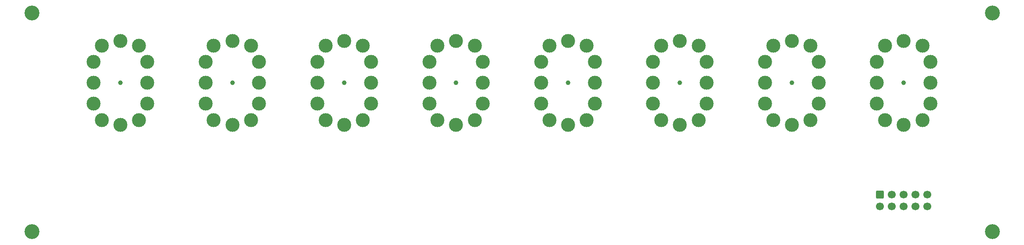
<source format=gbr>
%TF.GenerationSoftware,KiCad,Pcbnew,8.0.3*%
%TF.CreationDate,2024-07-12T14:04:41+12:00*%
%TF.ProjectId,nixie_board,6e697869-655f-4626-9f61-72642e6b6963,0.1.2*%
%TF.SameCoordinates,Original*%
%TF.FileFunction,Soldermask,Bot*%
%TF.FilePolarity,Negative*%
%FSLAX46Y46*%
G04 Gerber Fmt 4.6, Leading zero omitted, Abs format (unit mm)*
G04 Created by KiCad (PCBNEW 8.0.3) date 2024-07-12 14:04:41*
%MOMM*%
%LPD*%
G01*
G04 APERTURE LIST*
G04 Aperture macros list*
%AMRoundRect*
0 Rectangle with rounded corners*
0 $1 Rounding radius*
0 $2 $3 $4 $5 $6 $7 $8 $9 X,Y pos of 4 corners*
0 Add a 4 corners polygon primitive as box body*
4,1,4,$2,$3,$4,$5,$6,$7,$8,$9,$2,$3,0*
0 Add four circle primitives for the rounded corners*
1,1,$1+$1,$2,$3*
1,1,$1+$1,$4,$5*
1,1,$1+$1,$6,$7*
1,1,$1+$1,$8,$9*
0 Add four rect primitives between the rounded corners*
20,1,$1+$1,$2,$3,$4,$5,0*
20,1,$1+$1,$4,$5,$6,$7,0*
20,1,$1+$1,$6,$7,$8,$9,0*
20,1,$1+$1,$8,$9,$2,$3,0*%
G04 Aperture macros list end*
%ADD10C,3.200000*%
%ADD11C,1.000000*%
%ADD12C,3.000000*%
%ADD13RoundRect,0.250000X-0.600000X0.600000X-0.600000X-0.600000X0.600000X-0.600000X0.600000X0.600000X0*%
%ADD14C,1.700000*%
G04 APERTURE END LIST*
D10*
%TO.C,H3*%
X50000000Y-112000000D03*
%TD*%
D11*
%TO.C,N1*%
X69000000Y-80000000D03*
D12*
X73000000Y-88000000D03*
X74750000Y-84500000D03*
X74750000Y-80000000D03*
X74750000Y-75500000D03*
X73000000Y-72000000D03*
X69000000Y-71000000D03*
X65000000Y-72000000D03*
X63250000Y-75500000D03*
X63250000Y-80000000D03*
X63250000Y-84500000D03*
X65000000Y-88000000D03*
X69000000Y-89000000D03*
%TD*%
D10*
%TO.C,H4*%
X256000000Y-112000000D03*
%TD*%
D11*
%TO.C,N8*%
X237000000Y-80000000D03*
D12*
X241000000Y-88000000D03*
X242750000Y-84500000D03*
X242750000Y-80000000D03*
X242750000Y-75500000D03*
X241000000Y-72000000D03*
X237000000Y-71000000D03*
X233000000Y-72000000D03*
X231250000Y-75500000D03*
X231250000Y-80000000D03*
X231250000Y-84500000D03*
X233000000Y-88000000D03*
X237000000Y-89000000D03*
%TD*%
D10*
%TO.C,H2*%
X256000000Y-65000000D03*
%TD*%
D11*
%TO.C,N2*%
X93000000Y-80000000D03*
D12*
X97000000Y-88000000D03*
X98750000Y-84500000D03*
X98750000Y-80000000D03*
X98750000Y-75500000D03*
X97000000Y-72000000D03*
X93000000Y-71000000D03*
X89000000Y-72000000D03*
X87250000Y-75500000D03*
X87250000Y-80000000D03*
X87250000Y-84500000D03*
X89000000Y-88000000D03*
X93000000Y-89000000D03*
%TD*%
D11*
%TO.C,N3*%
X117000000Y-80000000D03*
D12*
X121000000Y-88000000D03*
X122750000Y-84500000D03*
X122750000Y-80000000D03*
X122750000Y-75500000D03*
X121000000Y-72000000D03*
X117000000Y-71000000D03*
X113000000Y-72000000D03*
X111250000Y-75500000D03*
X111250000Y-80000000D03*
X111250000Y-84500000D03*
X113000000Y-88000000D03*
X117000000Y-89000000D03*
%TD*%
D11*
%TO.C,N4*%
X141000000Y-80000000D03*
D12*
X145000000Y-88000000D03*
X146750000Y-84500000D03*
X146750000Y-80000000D03*
X146750000Y-75500000D03*
X145000000Y-72000000D03*
X141000000Y-71000000D03*
X137000000Y-72000000D03*
X135250000Y-75500000D03*
X135250000Y-80000000D03*
X135250000Y-84500000D03*
X137000000Y-88000000D03*
X141000000Y-89000000D03*
%TD*%
D10*
%TO.C,H1*%
X50000000Y-65000000D03*
%TD*%
D11*
%TO.C,N7*%
X213000000Y-80000000D03*
D12*
X217000000Y-88000000D03*
X218750000Y-84500000D03*
X218750000Y-80000000D03*
X218750000Y-75500000D03*
X217000000Y-72000000D03*
X213000000Y-71000000D03*
X209000000Y-72000000D03*
X207250000Y-75500000D03*
X207250000Y-80000000D03*
X207250000Y-84500000D03*
X209000000Y-88000000D03*
X213000000Y-89000000D03*
%TD*%
D11*
%TO.C,N5*%
X165000000Y-80000000D03*
D12*
X169000000Y-88000000D03*
X170750000Y-84500000D03*
X170750000Y-80000000D03*
X170750000Y-75500000D03*
X169000000Y-72000000D03*
X165000000Y-71000000D03*
X161000000Y-72000000D03*
X159250000Y-75500000D03*
X159250000Y-80000000D03*
X159250000Y-84500000D03*
X161000000Y-88000000D03*
X165000000Y-89000000D03*
%TD*%
D11*
%TO.C,N6*%
X189000000Y-80000000D03*
D12*
X193000000Y-88000000D03*
X194750000Y-84500000D03*
X194750000Y-80000000D03*
X194750000Y-75500000D03*
X193000000Y-72000000D03*
X189000000Y-71000000D03*
X185000000Y-72000000D03*
X183250000Y-75500000D03*
X183250000Y-80000000D03*
X183250000Y-84500000D03*
X185000000Y-88000000D03*
X189000000Y-89000000D03*
%TD*%
D13*
%TO.C,J1*%
X231920000Y-104000000D03*
D14*
X231920000Y-106540000D03*
X234460000Y-104000000D03*
X234460000Y-106540000D03*
X237000000Y-104000000D03*
X237000000Y-106540000D03*
X239540000Y-104000000D03*
X239540000Y-106540000D03*
X242080000Y-104000000D03*
X242080000Y-106540000D03*
%TD*%
M02*

</source>
